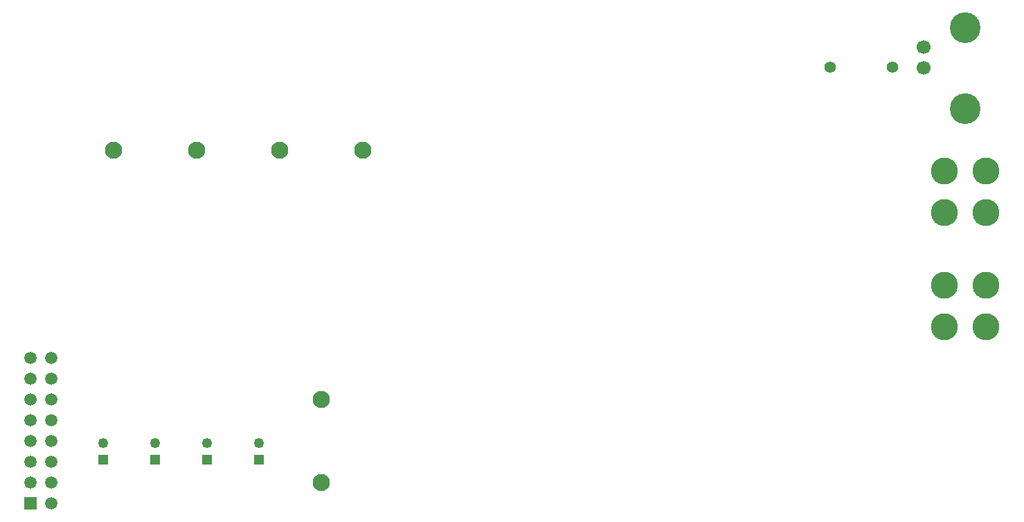
<source format=gbl>
G04*
G04 #@! TF.GenerationSoftware,Altium Limited,Altium Designer,21.9.1 (22)*
G04*
G04 Layer_Physical_Order=2*
G04 Layer_Color=16711680*
%FSLAX25Y25*%
%MOIN*%
G70*
G04*
G04 #@! TF.SameCoordinates,F3426815-9E30-4310-B1EE-DB99E30BDFF3*
G04*
G04*
G04 #@! TF.FilePolarity,Positive*
G04*
G01*
G75*
%ADD25C,0.08268*%
%ADD26C,0.05512*%
%ADD27C,0.04921*%
%ADD28R,0.04921X0.04921*%
%ADD29C,0.06693*%
%ADD30C,0.14764*%
%ADD31C,0.13000*%
%ADD32R,0.05906X0.05906*%
%ADD33C,0.05906*%
D25*
X230000Y290000D02*
D03*
X270000D02*
D03*
X190000D02*
D03*
X250000Y170000D02*
D03*
Y130000D02*
D03*
X150000Y290000D02*
D03*
D26*
X495000Y330000D02*
D03*
X525000D02*
D03*
D27*
X220000Y148937D02*
D03*
X195000D02*
D03*
X170000D02*
D03*
X145000D02*
D03*
D28*
X220000Y141063D02*
D03*
X195000D02*
D03*
X170000D02*
D03*
X145000D02*
D03*
D29*
X540000Y339606D02*
D03*
Y329606D02*
D03*
D30*
X560000Y310000D02*
D03*
Y349213D02*
D03*
D31*
X570000Y260000D02*
D03*
Y280000D02*
D03*
X550000D02*
D03*
Y260000D02*
D03*
Y205000D02*
D03*
Y225000D02*
D03*
X570000D02*
D03*
Y205000D02*
D03*
D32*
X110000Y120000D02*
D03*
D33*
X120000D02*
D03*
X110000Y130000D02*
D03*
X120000D02*
D03*
X110000Y140000D02*
D03*
X120000D02*
D03*
X110000Y150000D02*
D03*
X120000D02*
D03*
X110000Y160000D02*
D03*
X120000D02*
D03*
X110000Y170000D02*
D03*
X120000D02*
D03*
X110000Y180000D02*
D03*
X120000D02*
D03*
X110000Y190000D02*
D03*
X120000D02*
D03*
M02*

</source>
